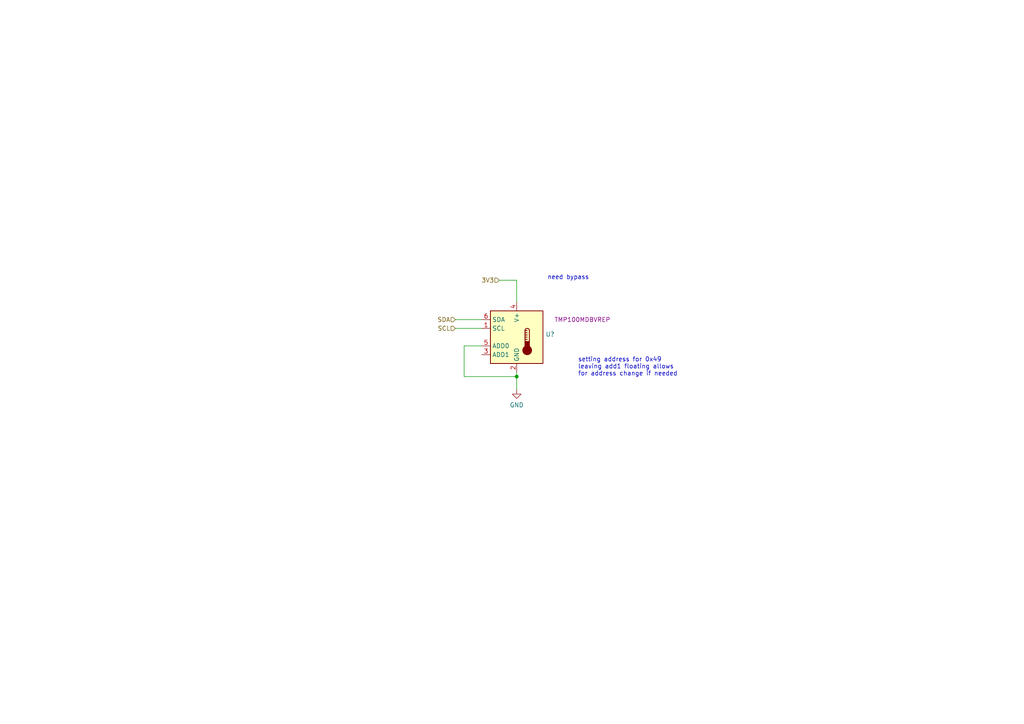
<source format=kicad_sch>
(kicad_sch (version 20211123) (generator eeschema)
  (paper "A4")
  (lib_symbols
    (symbol "Sensor_Temperature:TMP100"
      (property "Reference" "U" (at 10.16 6.35 0))
      (property "Value" "TMP100" (at 12.7 3.81 0))
      (symbol "TMP100_0_1"
        (rectangle (start -7.62 7.62) (end 7.62 -7.62) (stroke (width 0.254)) (fill (type background)))
      )
      (symbol "TMP100_1_1"
        (polyline (pts (xy 2.413 -0.635) (xy 3.048 -0.635)) (stroke (width 0.254)))
        (polyline (pts (xy 2.413 0) (xy 3.048 0)) (stroke (width 0.254)))
        (polyline (pts (xy 2.413 0.635) (xy 3.048 0.635)) (stroke (width 0.254)))
        (polyline (pts (xy 2.413 1.27) (xy 3.048 1.27)) (stroke (width 0.254)))
        (polyline (pts (xy 2.413 1.905) (xy 2.413 -1.27)) (stroke (width 0.254)))
        (polyline (pts (xy 2.413 1.905) (xy 3.048 1.905)) (stroke (width 0.254)))
        (polyline (pts (xy 3.683 1.905) (xy 3.683 -1.27)) (stroke (width 0.254)))
        (circle (center 3.048 -3.81) (radius 1.27) (stroke (width 0.254)) (fill (type outline)))
        (rectangle (start 3.683 -3.175) (end 2.413 -1.27) (stroke (width 0.254)) (fill (type outline)))
        (arc (start 3.683 1.905) (mid 3.048 2.54) (end 2.413 1.905) (stroke (width 0.254)))
        (pin input line (at -10.16 2.54 0) (length 2.54) (name "SCL") (number "1"))
        (pin power_in line (at 0 -10.16 90) (length 2.54) (name "GND") (number "2"))
        (pin input line (at -10.16 -5.08 0) (length 2.54) (name "ADD1") (number "3"))
        (pin power_in line (at 0 10.16 270) (length 2.54) (name "V+") (number "4"))
        (pin input line (at -10.16 -2.54 0) (length 2.54) (name "ADD0") (number "5"))
        (pin bidirectional line (at -10.16 5.08 0) (length 2.54) (name "SDA") (number "6"))
      )
    )
    (symbol "power:GND" (power) (pin_names (offset 0))
      (property "Value" "GND" (at 0 -3.81 0))
      (symbol "GND_0_1"
        (polyline (pts (xy 0 0) (xy 0 -1.27) (xy 1.27 -1.27) (xy 0 -2.54) (xy -1.27 -1.27) (xy 0 -1.27)))
      )
      (symbol "GND_1_1"
        (pin power_in line (at 0 0 270) (length 0) hide (name "GND") (number "1"))
      )
    )
  )
  (junction (at 149.86 109.22))
  (wire (pts (xy 149.86 81.28) (xy 144.78 81.28)))
  (wire (pts (xy 134.62 109.22) (xy 149.86 109.22)))
  (wire (pts (xy 132.08 95.25) (xy 139.7 95.25)))
  (wire (pts (xy 139.7 100.33) (xy 134.62 100.33)))
  (wire (pts (xy 132.08 92.71) (xy 139.7 92.71)))
  (wire (pts (xy 149.86 107.95) (xy 149.86 109.22)))
  (wire (pts (xy 149.86 109.22) (xy 149.86 113.03)))
  (wire (pts (xy 134.62 100.33) (xy 134.62 109.22)))
  (wire (pts (xy 149.86 87.63) (xy 149.86 81.28)))
  (text "setting address for 0x49\nleaving add1 floating allows\nfor address change if needed" (at 167.64 109.22 0) (effects (font (size 1.27 1.27)) (justify left bottom)))
  (text "need bypass" (at 158.75 81.28 0) (effects (font (size 1.27 1.27)) (justify left bottom)))
  (hierarchical_label "SDA" (shape input) (at 132.08 92.71 180))
  (hierarchical_label "3V3" (shape input) (at 144.78 81.28 180))
  (hierarchical_label "SCL" (shape input) (at 132.08 95.25 180))
  (symbol (lib_id "power:GND") (at 149.86 113.03 0) (unit 1)
    (property "Reference" "#PWR?" (effects hide))
  )
  (symbol (lib_id "Sensor_Temperature:TMP100") (at 149.86 97.79 0) (unit 1)
    (property "Reference" "U?" (at 158.242 96.9553 0) (effects (justify left)))
    (property "Datasheet" "http://www.ti.com/lit/gpn/tmp100" (effects hide))
    (property "MPN" "TMP100MDBVREP" (at 168.91 92.71 0))
  )
)
</source>
